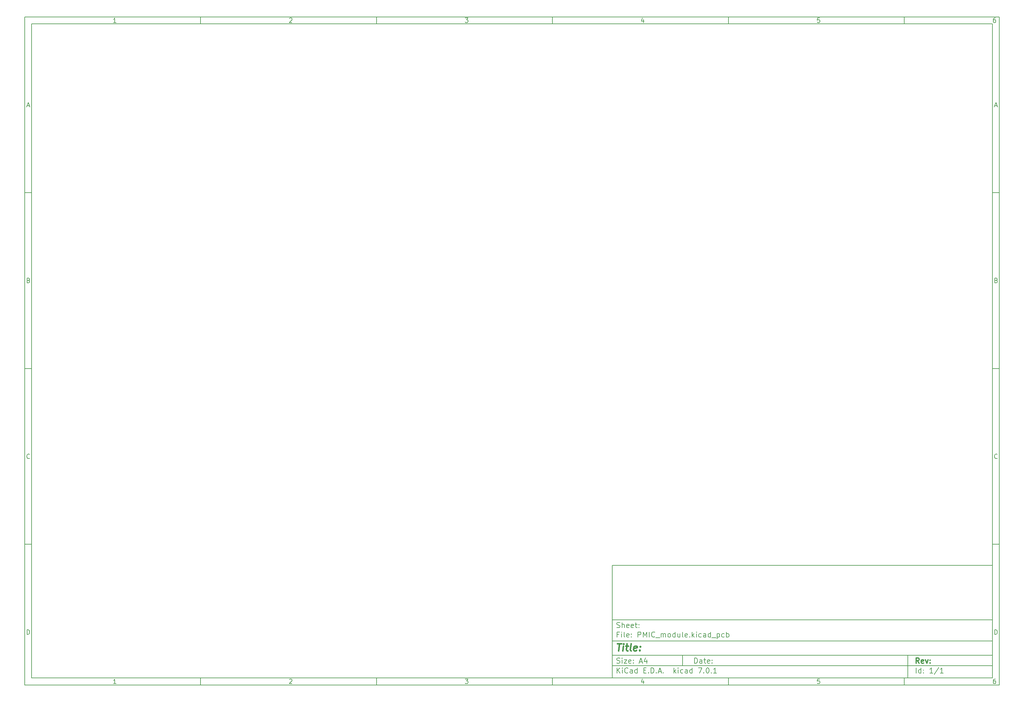
<source format=gbr>
%TF.GenerationSoftware,KiCad,Pcbnew,7.0.1*%
%TF.CreationDate,2023-09-22T10:39:05-04:00*%
%TF.ProjectId,PMIC_module,504d4943-5f6d-46f6-9475-6c652e6b6963,rev?*%
%TF.SameCoordinates,Original*%
%TF.FileFunction,Legend,Bot*%
%TF.FilePolarity,Positive*%
%FSLAX46Y46*%
G04 Gerber Fmt 4.6, Leading zero omitted, Abs format (unit mm)*
G04 Created by KiCad (PCBNEW 7.0.1) date 2023-09-22 10:39:05*
%MOMM*%
%LPD*%
G01*
G04 APERTURE LIST*
%ADD10C,0.100000*%
%ADD11C,0.150000*%
%ADD12C,0.300000*%
%ADD13C,0.400000*%
G04 APERTURE END LIST*
D10*
D11*
X177002200Y-166007200D02*
X285002200Y-166007200D01*
X285002200Y-198007200D01*
X177002200Y-198007200D01*
X177002200Y-166007200D01*
D10*
D11*
X10000000Y-10000000D02*
X287002200Y-10000000D01*
X287002200Y-200007200D01*
X10000000Y-200007200D01*
X10000000Y-10000000D01*
D10*
D11*
X12000000Y-12000000D02*
X285002200Y-12000000D01*
X285002200Y-198007200D01*
X12000000Y-198007200D01*
X12000000Y-12000000D01*
D10*
D11*
X60000000Y-12000000D02*
X60000000Y-10000000D01*
D10*
D11*
X110000000Y-12000000D02*
X110000000Y-10000000D01*
D10*
D11*
X160000000Y-12000000D02*
X160000000Y-10000000D01*
D10*
D11*
X210000000Y-12000000D02*
X210000000Y-10000000D01*
D10*
D11*
X260000000Y-12000000D02*
X260000000Y-10000000D01*
D10*
D11*
X35990476Y-11601404D02*
X35247619Y-11601404D01*
X35619047Y-11601404D02*
X35619047Y-10301404D01*
X35619047Y-10301404D02*
X35495238Y-10487119D01*
X35495238Y-10487119D02*
X35371428Y-10610928D01*
X35371428Y-10610928D02*
X35247619Y-10672833D01*
D10*
D11*
X85247619Y-10425214D02*
X85309523Y-10363309D01*
X85309523Y-10363309D02*
X85433333Y-10301404D01*
X85433333Y-10301404D02*
X85742857Y-10301404D01*
X85742857Y-10301404D02*
X85866666Y-10363309D01*
X85866666Y-10363309D02*
X85928571Y-10425214D01*
X85928571Y-10425214D02*
X85990476Y-10549023D01*
X85990476Y-10549023D02*
X85990476Y-10672833D01*
X85990476Y-10672833D02*
X85928571Y-10858547D01*
X85928571Y-10858547D02*
X85185714Y-11601404D01*
X85185714Y-11601404D02*
X85990476Y-11601404D01*
D10*
D11*
X135185714Y-10301404D02*
X135990476Y-10301404D01*
X135990476Y-10301404D02*
X135557142Y-10796642D01*
X135557142Y-10796642D02*
X135742857Y-10796642D01*
X135742857Y-10796642D02*
X135866666Y-10858547D01*
X135866666Y-10858547D02*
X135928571Y-10920452D01*
X135928571Y-10920452D02*
X135990476Y-11044261D01*
X135990476Y-11044261D02*
X135990476Y-11353785D01*
X135990476Y-11353785D02*
X135928571Y-11477595D01*
X135928571Y-11477595D02*
X135866666Y-11539500D01*
X135866666Y-11539500D02*
X135742857Y-11601404D01*
X135742857Y-11601404D02*
X135371428Y-11601404D01*
X135371428Y-11601404D02*
X135247619Y-11539500D01*
X135247619Y-11539500D02*
X135185714Y-11477595D01*
D10*
D11*
X185866666Y-10734738D02*
X185866666Y-11601404D01*
X185557142Y-10239500D02*
X185247619Y-11168071D01*
X185247619Y-11168071D02*
X186052380Y-11168071D01*
D10*
D11*
X235928571Y-10301404D02*
X235309523Y-10301404D01*
X235309523Y-10301404D02*
X235247619Y-10920452D01*
X235247619Y-10920452D02*
X235309523Y-10858547D01*
X235309523Y-10858547D02*
X235433333Y-10796642D01*
X235433333Y-10796642D02*
X235742857Y-10796642D01*
X235742857Y-10796642D02*
X235866666Y-10858547D01*
X235866666Y-10858547D02*
X235928571Y-10920452D01*
X235928571Y-10920452D02*
X235990476Y-11044261D01*
X235990476Y-11044261D02*
X235990476Y-11353785D01*
X235990476Y-11353785D02*
X235928571Y-11477595D01*
X235928571Y-11477595D02*
X235866666Y-11539500D01*
X235866666Y-11539500D02*
X235742857Y-11601404D01*
X235742857Y-11601404D02*
X235433333Y-11601404D01*
X235433333Y-11601404D02*
X235309523Y-11539500D01*
X235309523Y-11539500D02*
X235247619Y-11477595D01*
D10*
D11*
X285866666Y-10301404D02*
X285619047Y-10301404D01*
X285619047Y-10301404D02*
X285495238Y-10363309D01*
X285495238Y-10363309D02*
X285433333Y-10425214D01*
X285433333Y-10425214D02*
X285309523Y-10610928D01*
X285309523Y-10610928D02*
X285247619Y-10858547D01*
X285247619Y-10858547D02*
X285247619Y-11353785D01*
X285247619Y-11353785D02*
X285309523Y-11477595D01*
X285309523Y-11477595D02*
X285371428Y-11539500D01*
X285371428Y-11539500D02*
X285495238Y-11601404D01*
X285495238Y-11601404D02*
X285742857Y-11601404D01*
X285742857Y-11601404D02*
X285866666Y-11539500D01*
X285866666Y-11539500D02*
X285928571Y-11477595D01*
X285928571Y-11477595D02*
X285990476Y-11353785D01*
X285990476Y-11353785D02*
X285990476Y-11044261D01*
X285990476Y-11044261D02*
X285928571Y-10920452D01*
X285928571Y-10920452D02*
X285866666Y-10858547D01*
X285866666Y-10858547D02*
X285742857Y-10796642D01*
X285742857Y-10796642D02*
X285495238Y-10796642D01*
X285495238Y-10796642D02*
X285371428Y-10858547D01*
X285371428Y-10858547D02*
X285309523Y-10920452D01*
X285309523Y-10920452D02*
X285247619Y-11044261D01*
D10*
D11*
X60000000Y-198007200D02*
X60000000Y-200007200D01*
D10*
D11*
X110000000Y-198007200D02*
X110000000Y-200007200D01*
D10*
D11*
X160000000Y-198007200D02*
X160000000Y-200007200D01*
D10*
D11*
X210000000Y-198007200D02*
X210000000Y-200007200D01*
D10*
D11*
X260000000Y-198007200D02*
X260000000Y-200007200D01*
D10*
D11*
X35990476Y-199608604D02*
X35247619Y-199608604D01*
X35619047Y-199608604D02*
X35619047Y-198308604D01*
X35619047Y-198308604D02*
X35495238Y-198494319D01*
X35495238Y-198494319D02*
X35371428Y-198618128D01*
X35371428Y-198618128D02*
X35247619Y-198680033D01*
D10*
D11*
X85247619Y-198432414D02*
X85309523Y-198370509D01*
X85309523Y-198370509D02*
X85433333Y-198308604D01*
X85433333Y-198308604D02*
X85742857Y-198308604D01*
X85742857Y-198308604D02*
X85866666Y-198370509D01*
X85866666Y-198370509D02*
X85928571Y-198432414D01*
X85928571Y-198432414D02*
X85990476Y-198556223D01*
X85990476Y-198556223D02*
X85990476Y-198680033D01*
X85990476Y-198680033D02*
X85928571Y-198865747D01*
X85928571Y-198865747D02*
X85185714Y-199608604D01*
X85185714Y-199608604D02*
X85990476Y-199608604D01*
D10*
D11*
X135185714Y-198308604D02*
X135990476Y-198308604D01*
X135990476Y-198308604D02*
X135557142Y-198803842D01*
X135557142Y-198803842D02*
X135742857Y-198803842D01*
X135742857Y-198803842D02*
X135866666Y-198865747D01*
X135866666Y-198865747D02*
X135928571Y-198927652D01*
X135928571Y-198927652D02*
X135990476Y-199051461D01*
X135990476Y-199051461D02*
X135990476Y-199360985D01*
X135990476Y-199360985D02*
X135928571Y-199484795D01*
X135928571Y-199484795D02*
X135866666Y-199546700D01*
X135866666Y-199546700D02*
X135742857Y-199608604D01*
X135742857Y-199608604D02*
X135371428Y-199608604D01*
X135371428Y-199608604D02*
X135247619Y-199546700D01*
X135247619Y-199546700D02*
X135185714Y-199484795D01*
D10*
D11*
X185866666Y-198741938D02*
X185866666Y-199608604D01*
X185557142Y-198246700D02*
X185247619Y-199175271D01*
X185247619Y-199175271D02*
X186052380Y-199175271D01*
D10*
D11*
X235928571Y-198308604D02*
X235309523Y-198308604D01*
X235309523Y-198308604D02*
X235247619Y-198927652D01*
X235247619Y-198927652D02*
X235309523Y-198865747D01*
X235309523Y-198865747D02*
X235433333Y-198803842D01*
X235433333Y-198803842D02*
X235742857Y-198803842D01*
X235742857Y-198803842D02*
X235866666Y-198865747D01*
X235866666Y-198865747D02*
X235928571Y-198927652D01*
X235928571Y-198927652D02*
X235990476Y-199051461D01*
X235990476Y-199051461D02*
X235990476Y-199360985D01*
X235990476Y-199360985D02*
X235928571Y-199484795D01*
X235928571Y-199484795D02*
X235866666Y-199546700D01*
X235866666Y-199546700D02*
X235742857Y-199608604D01*
X235742857Y-199608604D02*
X235433333Y-199608604D01*
X235433333Y-199608604D02*
X235309523Y-199546700D01*
X235309523Y-199546700D02*
X235247619Y-199484795D01*
D10*
D11*
X285866666Y-198308604D02*
X285619047Y-198308604D01*
X285619047Y-198308604D02*
X285495238Y-198370509D01*
X285495238Y-198370509D02*
X285433333Y-198432414D01*
X285433333Y-198432414D02*
X285309523Y-198618128D01*
X285309523Y-198618128D02*
X285247619Y-198865747D01*
X285247619Y-198865747D02*
X285247619Y-199360985D01*
X285247619Y-199360985D02*
X285309523Y-199484795D01*
X285309523Y-199484795D02*
X285371428Y-199546700D01*
X285371428Y-199546700D02*
X285495238Y-199608604D01*
X285495238Y-199608604D02*
X285742857Y-199608604D01*
X285742857Y-199608604D02*
X285866666Y-199546700D01*
X285866666Y-199546700D02*
X285928571Y-199484795D01*
X285928571Y-199484795D02*
X285990476Y-199360985D01*
X285990476Y-199360985D02*
X285990476Y-199051461D01*
X285990476Y-199051461D02*
X285928571Y-198927652D01*
X285928571Y-198927652D02*
X285866666Y-198865747D01*
X285866666Y-198865747D02*
X285742857Y-198803842D01*
X285742857Y-198803842D02*
X285495238Y-198803842D01*
X285495238Y-198803842D02*
X285371428Y-198865747D01*
X285371428Y-198865747D02*
X285309523Y-198927652D01*
X285309523Y-198927652D02*
X285247619Y-199051461D01*
D10*
D11*
X10000000Y-60000000D02*
X12000000Y-60000000D01*
D10*
D11*
X10000000Y-110000000D02*
X12000000Y-110000000D01*
D10*
D11*
X10000000Y-160000000D02*
X12000000Y-160000000D01*
D10*
D11*
X10690476Y-35229976D02*
X11309523Y-35229976D01*
X10566666Y-35601404D02*
X10999999Y-34301404D01*
X10999999Y-34301404D02*
X11433333Y-35601404D01*
D10*
D11*
X11092857Y-84920452D02*
X11278571Y-84982357D01*
X11278571Y-84982357D02*
X11340476Y-85044261D01*
X11340476Y-85044261D02*
X11402380Y-85168071D01*
X11402380Y-85168071D02*
X11402380Y-85353785D01*
X11402380Y-85353785D02*
X11340476Y-85477595D01*
X11340476Y-85477595D02*
X11278571Y-85539500D01*
X11278571Y-85539500D02*
X11154761Y-85601404D01*
X11154761Y-85601404D02*
X10659523Y-85601404D01*
X10659523Y-85601404D02*
X10659523Y-84301404D01*
X10659523Y-84301404D02*
X11092857Y-84301404D01*
X11092857Y-84301404D02*
X11216666Y-84363309D01*
X11216666Y-84363309D02*
X11278571Y-84425214D01*
X11278571Y-84425214D02*
X11340476Y-84549023D01*
X11340476Y-84549023D02*
X11340476Y-84672833D01*
X11340476Y-84672833D02*
X11278571Y-84796642D01*
X11278571Y-84796642D02*
X11216666Y-84858547D01*
X11216666Y-84858547D02*
X11092857Y-84920452D01*
X11092857Y-84920452D02*
X10659523Y-84920452D01*
D10*
D11*
X11402380Y-135477595D02*
X11340476Y-135539500D01*
X11340476Y-135539500D02*
X11154761Y-135601404D01*
X11154761Y-135601404D02*
X11030952Y-135601404D01*
X11030952Y-135601404D02*
X10845238Y-135539500D01*
X10845238Y-135539500D02*
X10721428Y-135415690D01*
X10721428Y-135415690D02*
X10659523Y-135291880D01*
X10659523Y-135291880D02*
X10597619Y-135044261D01*
X10597619Y-135044261D02*
X10597619Y-134858547D01*
X10597619Y-134858547D02*
X10659523Y-134610928D01*
X10659523Y-134610928D02*
X10721428Y-134487119D01*
X10721428Y-134487119D02*
X10845238Y-134363309D01*
X10845238Y-134363309D02*
X11030952Y-134301404D01*
X11030952Y-134301404D02*
X11154761Y-134301404D01*
X11154761Y-134301404D02*
X11340476Y-134363309D01*
X11340476Y-134363309D02*
X11402380Y-134425214D01*
D10*
D11*
X10659523Y-185601404D02*
X10659523Y-184301404D01*
X10659523Y-184301404D02*
X10969047Y-184301404D01*
X10969047Y-184301404D02*
X11154761Y-184363309D01*
X11154761Y-184363309D02*
X11278571Y-184487119D01*
X11278571Y-184487119D02*
X11340476Y-184610928D01*
X11340476Y-184610928D02*
X11402380Y-184858547D01*
X11402380Y-184858547D02*
X11402380Y-185044261D01*
X11402380Y-185044261D02*
X11340476Y-185291880D01*
X11340476Y-185291880D02*
X11278571Y-185415690D01*
X11278571Y-185415690D02*
X11154761Y-185539500D01*
X11154761Y-185539500D02*
X10969047Y-185601404D01*
X10969047Y-185601404D02*
X10659523Y-185601404D01*
D10*
D11*
X287002200Y-60000000D02*
X285002200Y-60000000D01*
D10*
D11*
X287002200Y-110000000D02*
X285002200Y-110000000D01*
D10*
D11*
X287002200Y-160000000D02*
X285002200Y-160000000D01*
D10*
D11*
X285692676Y-35229976D02*
X286311723Y-35229976D01*
X285568866Y-35601404D02*
X286002199Y-34301404D01*
X286002199Y-34301404D02*
X286435533Y-35601404D01*
D10*
D11*
X286095057Y-84920452D02*
X286280771Y-84982357D01*
X286280771Y-84982357D02*
X286342676Y-85044261D01*
X286342676Y-85044261D02*
X286404580Y-85168071D01*
X286404580Y-85168071D02*
X286404580Y-85353785D01*
X286404580Y-85353785D02*
X286342676Y-85477595D01*
X286342676Y-85477595D02*
X286280771Y-85539500D01*
X286280771Y-85539500D02*
X286156961Y-85601404D01*
X286156961Y-85601404D02*
X285661723Y-85601404D01*
X285661723Y-85601404D02*
X285661723Y-84301404D01*
X285661723Y-84301404D02*
X286095057Y-84301404D01*
X286095057Y-84301404D02*
X286218866Y-84363309D01*
X286218866Y-84363309D02*
X286280771Y-84425214D01*
X286280771Y-84425214D02*
X286342676Y-84549023D01*
X286342676Y-84549023D02*
X286342676Y-84672833D01*
X286342676Y-84672833D02*
X286280771Y-84796642D01*
X286280771Y-84796642D02*
X286218866Y-84858547D01*
X286218866Y-84858547D02*
X286095057Y-84920452D01*
X286095057Y-84920452D02*
X285661723Y-84920452D01*
D10*
D11*
X286404580Y-135477595D02*
X286342676Y-135539500D01*
X286342676Y-135539500D02*
X286156961Y-135601404D01*
X286156961Y-135601404D02*
X286033152Y-135601404D01*
X286033152Y-135601404D02*
X285847438Y-135539500D01*
X285847438Y-135539500D02*
X285723628Y-135415690D01*
X285723628Y-135415690D02*
X285661723Y-135291880D01*
X285661723Y-135291880D02*
X285599819Y-135044261D01*
X285599819Y-135044261D02*
X285599819Y-134858547D01*
X285599819Y-134858547D02*
X285661723Y-134610928D01*
X285661723Y-134610928D02*
X285723628Y-134487119D01*
X285723628Y-134487119D02*
X285847438Y-134363309D01*
X285847438Y-134363309D02*
X286033152Y-134301404D01*
X286033152Y-134301404D02*
X286156961Y-134301404D01*
X286156961Y-134301404D02*
X286342676Y-134363309D01*
X286342676Y-134363309D02*
X286404580Y-134425214D01*
D10*
D11*
X285661723Y-185601404D02*
X285661723Y-184301404D01*
X285661723Y-184301404D02*
X285971247Y-184301404D01*
X285971247Y-184301404D02*
X286156961Y-184363309D01*
X286156961Y-184363309D02*
X286280771Y-184487119D01*
X286280771Y-184487119D02*
X286342676Y-184610928D01*
X286342676Y-184610928D02*
X286404580Y-184858547D01*
X286404580Y-184858547D02*
X286404580Y-185044261D01*
X286404580Y-185044261D02*
X286342676Y-185291880D01*
X286342676Y-185291880D02*
X286280771Y-185415690D01*
X286280771Y-185415690D02*
X286156961Y-185539500D01*
X286156961Y-185539500D02*
X285971247Y-185601404D01*
X285971247Y-185601404D02*
X285661723Y-185601404D01*
D10*
D11*
X200359342Y-193801128D02*
X200359342Y-192301128D01*
X200359342Y-192301128D02*
X200716485Y-192301128D01*
X200716485Y-192301128D02*
X200930771Y-192372557D01*
X200930771Y-192372557D02*
X201073628Y-192515414D01*
X201073628Y-192515414D02*
X201145057Y-192658271D01*
X201145057Y-192658271D02*
X201216485Y-192943985D01*
X201216485Y-192943985D02*
X201216485Y-193158271D01*
X201216485Y-193158271D02*
X201145057Y-193443985D01*
X201145057Y-193443985D02*
X201073628Y-193586842D01*
X201073628Y-193586842D02*
X200930771Y-193729700D01*
X200930771Y-193729700D02*
X200716485Y-193801128D01*
X200716485Y-193801128D02*
X200359342Y-193801128D01*
X202502200Y-193801128D02*
X202502200Y-193015414D01*
X202502200Y-193015414D02*
X202430771Y-192872557D01*
X202430771Y-192872557D02*
X202287914Y-192801128D01*
X202287914Y-192801128D02*
X202002200Y-192801128D01*
X202002200Y-192801128D02*
X201859342Y-192872557D01*
X202502200Y-193729700D02*
X202359342Y-193801128D01*
X202359342Y-193801128D02*
X202002200Y-193801128D01*
X202002200Y-193801128D02*
X201859342Y-193729700D01*
X201859342Y-193729700D02*
X201787914Y-193586842D01*
X201787914Y-193586842D02*
X201787914Y-193443985D01*
X201787914Y-193443985D02*
X201859342Y-193301128D01*
X201859342Y-193301128D02*
X202002200Y-193229700D01*
X202002200Y-193229700D02*
X202359342Y-193229700D01*
X202359342Y-193229700D02*
X202502200Y-193158271D01*
X203002200Y-192801128D02*
X203573628Y-192801128D01*
X203216485Y-192301128D02*
X203216485Y-193586842D01*
X203216485Y-193586842D02*
X203287914Y-193729700D01*
X203287914Y-193729700D02*
X203430771Y-193801128D01*
X203430771Y-193801128D02*
X203573628Y-193801128D01*
X204645057Y-193729700D02*
X204502200Y-193801128D01*
X204502200Y-193801128D02*
X204216486Y-193801128D01*
X204216486Y-193801128D02*
X204073628Y-193729700D01*
X204073628Y-193729700D02*
X204002200Y-193586842D01*
X204002200Y-193586842D02*
X204002200Y-193015414D01*
X204002200Y-193015414D02*
X204073628Y-192872557D01*
X204073628Y-192872557D02*
X204216486Y-192801128D01*
X204216486Y-192801128D02*
X204502200Y-192801128D01*
X204502200Y-192801128D02*
X204645057Y-192872557D01*
X204645057Y-192872557D02*
X204716486Y-193015414D01*
X204716486Y-193015414D02*
X204716486Y-193158271D01*
X204716486Y-193158271D02*
X204002200Y-193301128D01*
X205359342Y-193658271D02*
X205430771Y-193729700D01*
X205430771Y-193729700D02*
X205359342Y-193801128D01*
X205359342Y-193801128D02*
X205287914Y-193729700D01*
X205287914Y-193729700D02*
X205359342Y-193658271D01*
X205359342Y-193658271D02*
X205359342Y-193801128D01*
X205359342Y-192872557D02*
X205430771Y-192943985D01*
X205430771Y-192943985D02*
X205359342Y-193015414D01*
X205359342Y-193015414D02*
X205287914Y-192943985D01*
X205287914Y-192943985D02*
X205359342Y-192872557D01*
X205359342Y-192872557D02*
X205359342Y-193015414D01*
D10*
D11*
X177002200Y-194507200D02*
X285002200Y-194507200D01*
D10*
D11*
X178359342Y-196601128D02*
X178359342Y-195101128D01*
X179216485Y-196601128D02*
X178573628Y-195743985D01*
X179216485Y-195101128D02*
X178359342Y-195958271D01*
X179859342Y-196601128D02*
X179859342Y-195601128D01*
X179859342Y-195101128D02*
X179787914Y-195172557D01*
X179787914Y-195172557D02*
X179859342Y-195243985D01*
X179859342Y-195243985D02*
X179930771Y-195172557D01*
X179930771Y-195172557D02*
X179859342Y-195101128D01*
X179859342Y-195101128D02*
X179859342Y-195243985D01*
X181430771Y-196458271D02*
X181359343Y-196529700D01*
X181359343Y-196529700D02*
X181145057Y-196601128D01*
X181145057Y-196601128D02*
X181002200Y-196601128D01*
X181002200Y-196601128D02*
X180787914Y-196529700D01*
X180787914Y-196529700D02*
X180645057Y-196386842D01*
X180645057Y-196386842D02*
X180573628Y-196243985D01*
X180573628Y-196243985D02*
X180502200Y-195958271D01*
X180502200Y-195958271D02*
X180502200Y-195743985D01*
X180502200Y-195743985D02*
X180573628Y-195458271D01*
X180573628Y-195458271D02*
X180645057Y-195315414D01*
X180645057Y-195315414D02*
X180787914Y-195172557D01*
X180787914Y-195172557D02*
X181002200Y-195101128D01*
X181002200Y-195101128D02*
X181145057Y-195101128D01*
X181145057Y-195101128D02*
X181359343Y-195172557D01*
X181359343Y-195172557D02*
X181430771Y-195243985D01*
X182716486Y-196601128D02*
X182716486Y-195815414D01*
X182716486Y-195815414D02*
X182645057Y-195672557D01*
X182645057Y-195672557D02*
X182502200Y-195601128D01*
X182502200Y-195601128D02*
X182216486Y-195601128D01*
X182216486Y-195601128D02*
X182073628Y-195672557D01*
X182716486Y-196529700D02*
X182573628Y-196601128D01*
X182573628Y-196601128D02*
X182216486Y-196601128D01*
X182216486Y-196601128D02*
X182073628Y-196529700D01*
X182073628Y-196529700D02*
X182002200Y-196386842D01*
X182002200Y-196386842D02*
X182002200Y-196243985D01*
X182002200Y-196243985D02*
X182073628Y-196101128D01*
X182073628Y-196101128D02*
X182216486Y-196029700D01*
X182216486Y-196029700D02*
X182573628Y-196029700D01*
X182573628Y-196029700D02*
X182716486Y-195958271D01*
X184073629Y-196601128D02*
X184073629Y-195101128D01*
X184073629Y-196529700D02*
X183930771Y-196601128D01*
X183930771Y-196601128D02*
X183645057Y-196601128D01*
X183645057Y-196601128D02*
X183502200Y-196529700D01*
X183502200Y-196529700D02*
X183430771Y-196458271D01*
X183430771Y-196458271D02*
X183359343Y-196315414D01*
X183359343Y-196315414D02*
X183359343Y-195886842D01*
X183359343Y-195886842D02*
X183430771Y-195743985D01*
X183430771Y-195743985D02*
X183502200Y-195672557D01*
X183502200Y-195672557D02*
X183645057Y-195601128D01*
X183645057Y-195601128D02*
X183930771Y-195601128D01*
X183930771Y-195601128D02*
X184073629Y-195672557D01*
X185930771Y-195815414D02*
X186430771Y-195815414D01*
X186645057Y-196601128D02*
X185930771Y-196601128D01*
X185930771Y-196601128D02*
X185930771Y-195101128D01*
X185930771Y-195101128D02*
X186645057Y-195101128D01*
X187287914Y-196458271D02*
X187359343Y-196529700D01*
X187359343Y-196529700D02*
X187287914Y-196601128D01*
X187287914Y-196601128D02*
X187216486Y-196529700D01*
X187216486Y-196529700D02*
X187287914Y-196458271D01*
X187287914Y-196458271D02*
X187287914Y-196601128D01*
X188002200Y-196601128D02*
X188002200Y-195101128D01*
X188002200Y-195101128D02*
X188359343Y-195101128D01*
X188359343Y-195101128D02*
X188573629Y-195172557D01*
X188573629Y-195172557D02*
X188716486Y-195315414D01*
X188716486Y-195315414D02*
X188787915Y-195458271D01*
X188787915Y-195458271D02*
X188859343Y-195743985D01*
X188859343Y-195743985D02*
X188859343Y-195958271D01*
X188859343Y-195958271D02*
X188787915Y-196243985D01*
X188787915Y-196243985D02*
X188716486Y-196386842D01*
X188716486Y-196386842D02*
X188573629Y-196529700D01*
X188573629Y-196529700D02*
X188359343Y-196601128D01*
X188359343Y-196601128D02*
X188002200Y-196601128D01*
X189502200Y-196458271D02*
X189573629Y-196529700D01*
X189573629Y-196529700D02*
X189502200Y-196601128D01*
X189502200Y-196601128D02*
X189430772Y-196529700D01*
X189430772Y-196529700D02*
X189502200Y-196458271D01*
X189502200Y-196458271D02*
X189502200Y-196601128D01*
X190145058Y-196172557D02*
X190859344Y-196172557D01*
X190002201Y-196601128D02*
X190502201Y-195101128D01*
X190502201Y-195101128D02*
X191002201Y-196601128D01*
X191502200Y-196458271D02*
X191573629Y-196529700D01*
X191573629Y-196529700D02*
X191502200Y-196601128D01*
X191502200Y-196601128D02*
X191430772Y-196529700D01*
X191430772Y-196529700D02*
X191502200Y-196458271D01*
X191502200Y-196458271D02*
X191502200Y-196601128D01*
X194502200Y-196601128D02*
X194502200Y-195101128D01*
X194645058Y-196029700D02*
X195073629Y-196601128D01*
X195073629Y-195601128D02*
X194502200Y-196172557D01*
X195716486Y-196601128D02*
X195716486Y-195601128D01*
X195716486Y-195101128D02*
X195645058Y-195172557D01*
X195645058Y-195172557D02*
X195716486Y-195243985D01*
X195716486Y-195243985D02*
X195787915Y-195172557D01*
X195787915Y-195172557D02*
X195716486Y-195101128D01*
X195716486Y-195101128D02*
X195716486Y-195243985D01*
X197073630Y-196529700D02*
X196930772Y-196601128D01*
X196930772Y-196601128D02*
X196645058Y-196601128D01*
X196645058Y-196601128D02*
X196502201Y-196529700D01*
X196502201Y-196529700D02*
X196430772Y-196458271D01*
X196430772Y-196458271D02*
X196359344Y-196315414D01*
X196359344Y-196315414D02*
X196359344Y-195886842D01*
X196359344Y-195886842D02*
X196430772Y-195743985D01*
X196430772Y-195743985D02*
X196502201Y-195672557D01*
X196502201Y-195672557D02*
X196645058Y-195601128D01*
X196645058Y-195601128D02*
X196930772Y-195601128D01*
X196930772Y-195601128D02*
X197073630Y-195672557D01*
X198359344Y-196601128D02*
X198359344Y-195815414D01*
X198359344Y-195815414D02*
X198287915Y-195672557D01*
X198287915Y-195672557D02*
X198145058Y-195601128D01*
X198145058Y-195601128D02*
X197859344Y-195601128D01*
X197859344Y-195601128D02*
X197716486Y-195672557D01*
X198359344Y-196529700D02*
X198216486Y-196601128D01*
X198216486Y-196601128D02*
X197859344Y-196601128D01*
X197859344Y-196601128D02*
X197716486Y-196529700D01*
X197716486Y-196529700D02*
X197645058Y-196386842D01*
X197645058Y-196386842D02*
X197645058Y-196243985D01*
X197645058Y-196243985D02*
X197716486Y-196101128D01*
X197716486Y-196101128D02*
X197859344Y-196029700D01*
X197859344Y-196029700D02*
X198216486Y-196029700D01*
X198216486Y-196029700D02*
X198359344Y-195958271D01*
X199716487Y-196601128D02*
X199716487Y-195101128D01*
X199716487Y-196529700D02*
X199573629Y-196601128D01*
X199573629Y-196601128D02*
X199287915Y-196601128D01*
X199287915Y-196601128D02*
X199145058Y-196529700D01*
X199145058Y-196529700D02*
X199073629Y-196458271D01*
X199073629Y-196458271D02*
X199002201Y-196315414D01*
X199002201Y-196315414D02*
X199002201Y-195886842D01*
X199002201Y-195886842D02*
X199073629Y-195743985D01*
X199073629Y-195743985D02*
X199145058Y-195672557D01*
X199145058Y-195672557D02*
X199287915Y-195601128D01*
X199287915Y-195601128D02*
X199573629Y-195601128D01*
X199573629Y-195601128D02*
X199716487Y-195672557D01*
X201430772Y-195101128D02*
X202430772Y-195101128D01*
X202430772Y-195101128D02*
X201787915Y-196601128D01*
X203002200Y-196458271D02*
X203073629Y-196529700D01*
X203073629Y-196529700D02*
X203002200Y-196601128D01*
X203002200Y-196601128D02*
X202930772Y-196529700D01*
X202930772Y-196529700D02*
X203002200Y-196458271D01*
X203002200Y-196458271D02*
X203002200Y-196601128D01*
X204002201Y-195101128D02*
X204145058Y-195101128D01*
X204145058Y-195101128D02*
X204287915Y-195172557D01*
X204287915Y-195172557D02*
X204359344Y-195243985D01*
X204359344Y-195243985D02*
X204430772Y-195386842D01*
X204430772Y-195386842D02*
X204502201Y-195672557D01*
X204502201Y-195672557D02*
X204502201Y-196029700D01*
X204502201Y-196029700D02*
X204430772Y-196315414D01*
X204430772Y-196315414D02*
X204359344Y-196458271D01*
X204359344Y-196458271D02*
X204287915Y-196529700D01*
X204287915Y-196529700D02*
X204145058Y-196601128D01*
X204145058Y-196601128D02*
X204002201Y-196601128D01*
X204002201Y-196601128D02*
X203859344Y-196529700D01*
X203859344Y-196529700D02*
X203787915Y-196458271D01*
X203787915Y-196458271D02*
X203716486Y-196315414D01*
X203716486Y-196315414D02*
X203645058Y-196029700D01*
X203645058Y-196029700D02*
X203645058Y-195672557D01*
X203645058Y-195672557D02*
X203716486Y-195386842D01*
X203716486Y-195386842D02*
X203787915Y-195243985D01*
X203787915Y-195243985D02*
X203859344Y-195172557D01*
X203859344Y-195172557D02*
X204002201Y-195101128D01*
X205145057Y-196458271D02*
X205216486Y-196529700D01*
X205216486Y-196529700D02*
X205145057Y-196601128D01*
X205145057Y-196601128D02*
X205073629Y-196529700D01*
X205073629Y-196529700D02*
X205145057Y-196458271D01*
X205145057Y-196458271D02*
X205145057Y-196601128D01*
X206645058Y-196601128D02*
X205787915Y-196601128D01*
X206216486Y-196601128D02*
X206216486Y-195101128D01*
X206216486Y-195101128D02*
X206073629Y-195315414D01*
X206073629Y-195315414D02*
X205930772Y-195458271D01*
X205930772Y-195458271D02*
X205787915Y-195529700D01*
D10*
D11*
X177002200Y-191507200D02*
X285002200Y-191507200D01*
D10*
D12*
X264216485Y-193801128D02*
X263716485Y-193086842D01*
X263359342Y-193801128D02*
X263359342Y-192301128D01*
X263359342Y-192301128D02*
X263930771Y-192301128D01*
X263930771Y-192301128D02*
X264073628Y-192372557D01*
X264073628Y-192372557D02*
X264145057Y-192443985D01*
X264145057Y-192443985D02*
X264216485Y-192586842D01*
X264216485Y-192586842D02*
X264216485Y-192801128D01*
X264216485Y-192801128D02*
X264145057Y-192943985D01*
X264145057Y-192943985D02*
X264073628Y-193015414D01*
X264073628Y-193015414D02*
X263930771Y-193086842D01*
X263930771Y-193086842D02*
X263359342Y-193086842D01*
X265430771Y-193729700D02*
X265287914Y-193801128D01*
X265287914Y-193801128D02*
X265002200Y-193801128D01*
X265002200Y-193801128D02*
X264859342Y-193729700D01*
X264859342Y-193729700D02*
X264787914Y-193586842D01*
X264787914Y-193586842D02*
X264787914Y-193015414D01*
X264787914Y-193015414D02*
X264859342Y-192872557D01*
X264859342Y-192872557D02*
X265002200Y-192801128D01*
X265002200Y-192801128D02*
X265287914Y-192801128D01*
X265287914Y-192801128D02*
X265430771Y-192872557D01*
X265430771Y-192872557D02*
X265502200Y-193015414D01*
X265502200Y-193015414D02*
X265502200Y-193158271D01*
X265502200Y-193158271D02*
X264787914Y-193301128D01*
X266002199Y-192801128D02*
X266359342Y-193801128D01*
X266359342Y-193801128D02*
X266716485Y-192801128D01*
X267287913Y-193658271D02*
X267359342Y-193729700D01*
X267359342Y-193729700D02*
X267287913Y-193801128D01*
X267287913Y-193801128D02*
X267216485Y-193729700D01*
X267216485Y-193729700D02*
X267287913Y-193658271D01*
X267287913Y-193658271D02*
X267287913Y-193801128D01*
X267287913Y-192872557D02*
X267359342Y-192943985D01*
X267359342Y-192943985D02*
X267287913Y-193015414D01*
X267287913Y-193015414D02*
X267216485Y-192943985D01*
X267216485Y-192943985D02*
X267287913Y-192872557D01*
X267287913Y-192872557D02*
X267287913Y-193015414D01*
D10*
D11*
X178287914Y-193729700D02*
X178502200Y-193801128D01*
X178502200Y-193801128D02*
X178859342Y-193801128D01*
X178859342Y-193801128D02*
X179002200Y-193729700D01*
X179002200Y-193729700D02*
X179073628Y-193658271D01*
X179073628Y-193658271D02*
X179145057Y-193515414D01*
X179145057Y-193515414D02*
X179145057Y-193372557D01*
X179145057Y-193372557D02*
X179073628Y-193229700D01*
X179073628Y-193229700D02*
X179002200Y-193158271D01*
X179002200Y-193158271D02*
X178859342Y-193086842D01*
X178859342Y-193086842D02*
X178573628Y-193015414D01*
X178573628Y-193015414D02*
X178430771Y-192943985D01*
X178430771Y-192943985D02*
X178359342Y-192872557D01*
X178359342Y-192872557D02*
X178287914Y-192729700D01*
X178287914Y-192729700D02*
X178287914Y-192586842D01*
X178287914Y-192586842D02*
X178359342Y-192443985D01*
X178359342Y-192443985D02*
X178430771Y-192372557D01*
X178430771Y-192372557D02*
X178573628Y-192301128D01*
X178573628Y-192301128D02*
X178930771Y-192301128D01*
X178930771Y-192301128D02*
X179145057Y-192372557D01*
X179787913Y-193801128D02*
X179787913Y-192801128D01*
X179787913Y-192301128D02*
X179716485Y-192372557D01*
X179716485Y-192372557D02*
X179787913Y-192443985D01*
X179787913Y-192443985D02*
X179859342Y-192372557D01*
X179859342Y-192372557D02*
X179787913Y-192301128D01*
X179787913Y-192301128D02*
X179787913Y-192443985D01*
X180359342Y-192801128D02*
X181145057Y-192801128D01*
X181145057Y-192801128D02*
X180359342Y-193801128D01*
X180359342Y-193801128D02*
X181145057Y-193801128D01*
X182287914Y-193729700D02*
X182145057Y-193801128D01*
X182145057Y-193801128D02*
X181859343Y-193801128D01*
X181859343Y-193801128D02*
X181716485Y-193729700D01*
X181716485Y-193729700D02*
X181645057Y-193586842D01*
X181645057Y-193586842D02*
X181645057Y-193015414D01*
X181645057Y-193015414D02*
X181716485Y-192872557D01*
X181716485Y-192872557D02*
X181859343Y-192801128D01*
X181859343Y-192801128D02*
X182145057Y-192801128D01*
X182145057Y-192801128D02*
X182287914Y-192872557D01*
X182287914Y-192872557D02*
X182359343Y-193015414D01*
X182359343Y-193015414D02*
X182359343Y-193158271D01*
X182359343Y-193158271D02*
X181645057Y-193301128D01*
X183002199Y-193658271D02*
X183073628Y-193729700D01*
X183073628Y-193729700D02*
X183002199Y-193801128D01*
X183002199Y-193801128D02*
X182930771Y-193729700D01*
X182930771Y-193729700D02*
X183002199Y-193658271D01*
X183002199Y-193658271D02*
X183002199Y-193801128D01*
X183002199Y-192872557D02*
X183073628Y-192943985D01*
X183073628Y-192943985D02*
X183002199Y-193015414D01*
X183002199Y-193015414D02*
X182930771Y-192943985D01*
X182930771Y-192943985D02*
X183002199Y-192872557D01*
X183002199Y-192872557D02*
X183002199Y-193015414D01*
X184787914Y-193372557D02*
X185502200Y-193372557D01*
X184645057Y-193801128D02*
X185145057Y-192301128D01*
X185145057Y-192301128D02*
X185645057Y-193801128D01*
X186787914Y-192801128D02*
X186787914Y-193801128D01*
X186430771Y-192229700D02*
X186073628Y-193301128D01*
X186073628Y-193301128D02*
X187002199Y-193301128D01*
D10*
D11*
X263359342Y-196601128D02*
X263359342Y-195101128D01*
X264716486Y-196601128D02*
X264716486Y-195101128D01*
X264716486Y-196529700D02*
X264573628Y-196601128D01*
X264573628Y-196601128D02*
X264287914Y-196601128D01*
X264287914Y-196601128D02*
X264145057Y-196529700D01*
X264145057Y-196529700D02*
X264073628Y-196458271D01*
X264073628Y-196458271D02*
X264002200Y-196315414D01*
X264002200Y-196315414D02*
X264002200Y-195886842D01*
X264002200Y-195886842D02*
X264073628Y-195743985D01*
X264073628Y-195743985D02*
X264145057Y-195672557D01*
X264145057Y-195672557D02*
X264287914Y-195601128D01*
X264287914Y-195601128D02*
X264573628Y-195601128D01*
X264573628Y-195601128D02*
X264716486Y-195672557D01*
X265430771Y-196458271D02*
X265502200Y-196529700D01*
X265502200Y-196529700D02*
X265430771Y-196601128D01*
X265430771Y-196601128D02*
X265359343Y-196529700D01*
X265359343Y-196529700D02*
X265430771Y-196458271D01*
X265430771Y-196458271D02*
X265430771Y-196601128D01*
X265430771Y-195672557D02*
X265502200Y-195743985D01*
X265502200Y-195743985D02*
X265430771Y-195815414D01*
X265430771Y-195815414D02*
X265359343Y-195743985D01*
X265359343Y-195743985D02*
X265430771Y-195672557D01*
X265430771Y-195672557D02*
X265430771Y-195815414D01*
X268073629Y-196601128D02*
X267216486Y-196601128D01*
X267645057Y-196601128D02*
X267645057Y-195101128D01*
X267645057Y-195101128D02*
X267502200Y-195315414D01*
X267502200Y-195315414D02*
X267359343Y-195458271D01*
X267359343Y-195458271D02*
X267216486Y-195529700D01*
X269787914Y-195029700D02*
X268502200Y-196958271D01*
X271073629Y-196601128D02*
X270216486Y-196601128D01*
X270645057Y-196601128D02*
X270645057Y-195101128D01*
X270645057Y-195101128D02*
X270502200Y-195315414D01*
X270502200Y-195315414D02*
X270359343Y-195458271D01*
X270359343Y-195458271D02*
X270216486Y-195529700D01*
D10*
D11*
X177002200Y-187507200D02*
X285002200Y-187507200D01*
D10*
D13*
X178430771Y-188232438D02*
X179573628Y-188232438D01*
X178752200Y-190232438D02*
X179002200Y-188232438D01*
X179978390Y-190232438D02*
X180145057Y-188899104D01*
X180228390Y-188232438D02*
X180121247Y-188327676D01*
X180121247Y-188327676D02*
X180204581Y-188422914D01*
X180204581Y-188422914D02*
X180311724Y-188327676D01*
X180311724Y-188327676D02*
X180228390Y-188232438D01*
X180228390Y-188232438D02*
X180204581Y-188422914D01*
X180799819Y-188899104D02*
X181561723Y-188899104D01*
X181168866Y-188232438D02*
X180954581Y-189946723D01*
X180954581Y-189946723D02*
X181026009Y-190137200D01*
X181026009Y-190137200D02*
X181204581Y-190232438D01*
X181204581Y-190232438D02*
X181395057Y-190232438D01*
X182335533Y-190232438D02*
X182156961Y-190137200D01*
X182156961Y-190137200D02*
X182085533Y-189946723D01*
X182085533Y-189946723D02*
X182299818Y-188232438D01*
X183859342Y-190137200D02*
X183656961Y-190232438D01*
X183656961Y-190232438D02*
X183276008Y-190232438D01*
X183276008Y-190232438D02*
X183097437Y-190137200D01*
X183097437Y-190137200D02*
X183026008Y-189946723D01*
X183026008Y-189946723D02*
X183121247Y-189184819D01*
X183121247Y-189184819D02*
X183240294Y-188994342D01*
X183240294Y-188994342D02*
X183442675Y-188899104D01*
X183442675Y-188899104D02*
X183823627Y-188899104D01*
X183823627Y-188899104D02*
X184002199Y-188994342D01*
X184002199Y-188994342D02*
X184073627Y-189184819D01*
X184073627Y-189184819D02*
X184049818Y-189375295D01*
X184049818Y-189375295D02*
X183073627Y-189565771D01*
X184811723Y-190041961D02*
X184895056Y-190137200D01*
X184895056Y-190137200D02*
X184787913Y-190232438D01*
X184787913Y-190232438D02*
X184704580Y-190137200D01*
X184704580Y-190137200D02*
X184811723Y-190041961D01*
X184811723Y-190041961D02*
X184787913Y-190232438D01*
X184942675Y-188994342D02*
X185026008Y-189089580D01*
X185026008Y-189089580D02*
X184918866Y-189184819D01*
X184918866Y-189184819D02*
X184835532Y-189089580D01*
X184835532Y-189089580D02*
X184942675Y-188994342D01*
X184942675Y-188994342D02*
X184918866Y-189184819D01*
D10*
D11*
X178859342Y-185615414D02*
X178359342Y-185615414D01*
X178359342Y-186401128D02*
X178359342Y-184901128D01*
X178359342Y-184901128D02*
X179073628Y-184901128D01*
X179645056Y-186401128D02*
X179645056Y-185401128D01*
X179645056Y-184901128D02*
X179573628Y-184972557D01*
X179573628Y-184972557D02*
X179645056Y-185043985D01*
X179645056Y-185043985D02*
X179716485Y-184972557D01*
X179716485Y-184972557D02*
X179645056Y-184901128D01*
X179645056Y-184901128D02*
X179645056Y-185043985D01*
X180573628Y-186401128D02*
X180430771Y-186329700D01*
X180430771Y-186329700D02*
X180359342Y-186186842D01*
X180359342Y-186186842D02*
X180359342Y-184901128D01*
X181716485Y-186329700D02*
X181573628Y-186401128D01*
X181573628Y-186401128D02*
X181287914Y-186401128D01*
X181287914Y-186401128D02*
X181145056Y-186329700D01*
X181145056Y-186329700D02*
X181073628Y-186186842D01*
X181073628Y-186186842D02*
X181073628Y-185615414D01*
X181073628Y-185615414D02*
X181145056Y-185472557D01*
X181145056Y-185472557D02*
X181287914Y-185401128D01*
X181287914Y-185401128D02*
X181573628Y-185401128D01*
X181573628Y-185401128D02*
X181716485Y-185472557D01*
X181716485Y-185472557D02*
X181787914Y-185615414D01*
X181787914Y-185615414D02*
X181787914Y-185758271D01*
X181787914Y-185758271D02*
X181073628Y-185901128D01*
X182430770Y-186258271D02*
X182502199Y-186329700D01*
X182502199Y-186329700D02*
X182430770Y-186401128D01*
X182430770Y-186401128D02*
X182359342Y-186329700D01*
X182359342Y-186329700D02*
X182430770Y-186258271D01*
X182430770Y-186258271D02*
X182430770Y-186401128D01*
X182430770Y-185472557D02*
X182502199Y-185543985D01*
X182502199Y-185543985D02*
X182430770Y-185615414D01*
X182430770Y-185615414D02*
X182359342Y-185543985D01*
X182359342Y-185543985D02*
X182430770Y-185472557D01*
X182430770Y-185472557D02*
X182430770Y-185615414D01*
X184287913Y-186401128D02*
X184287913Y-184901128D01*
X184287913Y-184901128D02*
X184859342Y-184901128D01*
X184859342Y-184901128D02*
X185002199Y-184972557D01*
X185002199Y-184972557D02*
X185073628Y-185043985D01*
X185073628Y-185043985D02*
X185145056Y-185186842D01*
X185145056Y-185186842D02*
X185145056Y-185401128D01*
X185145056Y-185401128D02*
X185073628Y-185543985D01*
X185073628Y-185543985D02*
X185002199Y-185615414D01*
X185002199Y-185615414D02*
X184859342Y-185686842D01*
X184859342Y-185686842D02*
X184287913Y-185686842D01*
X185787913Y-186401128D02*
X185787913Y-184901128D01*
X185787913Y-184901128D02*
X186287913Y-185972557D01*
X186287913Y-185972557D02*
X186787913Y-184901128D01*
X186787913Y-184901128D02*
X186787913Y-186401128D01*
X187502199Y-186401128D02*
X187502199Y-184901128D01*
X189073628Y-186258271D02*
X189002200Y-186329700D01*
X189002200Y-186329700D02*
X188787914Y-186401128D01*
X188787914Y-186401128D02*
X188645057Y-186401128D01*
X188645057Y-186401128D02*
X188430771Y-186329700D01*
X188430771Y-186329700D02*
X188287914Y-186186842D01*
X188287914Y-186186842D02*
X188216485Y-186043985D01*
X188216485Y-186043985D02*
X188145057Y-185758271D01*
X188145057Y-185758271D02*
X188145057Y-185543985D01*
X188145057Y-185543985D02*
X188216485Y-185258271D01*
X188216485Y-185258271D02*
X188287914Y-185115414D01*
X188287914Y-185115414D02*
X188430771Y-184972557D01*
X188430771Y-184972557D02*
X188645057Y-184901128D01*
X188645057Y-184901128D02*
X188787914Y-184901128D01*
X188787914Y-184901128D02*
X189002200Y-184972557D01*
X189002200Y-184972557D02*
X189073628Y-185043985D01*
X189359343Y-186543985D02*
X190502200Y-186543985D01*
X190859342Y-186401128D02*
X190859342Y-185401128D01*
X190859342Y-185543985D02*
X190930771Y-185472557D01*
X190930771Y-185472557D02*
X191073628Y-185401128D01*
X191073628Y-185401128D02*
X191287914Y-185401128D01*
X191287914Y-185401128D02*
X191430771Y-185472557D01*
X191430771Y-185472557D02*
X191502200Y-185615414D01*
X191502200Y-185615414D02*
X191502200Y-186401128D01*
X191502200Y-185615414D02*
X191573628Y-185472557D01*
X191573628Y-185472557D02*
X191716485Y-185401128D01*
X191716485Y-185401128D02*
X191930771Y-185401128D01*
X191930771Y-185401128D02*
X192073628Y-185472557D01*
X192073628Y-185472557D02*
X192145057Y-185615414D01*
X192145057Y-185615414D02*
X192145057Y-186401128D01*
X193073628Y-186401128D02*
X192930771Y-186329700D01*
X192930771Y-186329700D02*
X192859342Y-186258271D01*
X192859342Y-186258271D02*
X192787914Y-186115414D01*
X192787914Y-186115414D02*
X192787914Y-185686842D01*
X192787914Y-185686842D02*
X192859342Y-185543985D01*
X192859342Y-185543985D02*
X192930771Y-185472557D01*
X192930771Y-185472557D02*
X193073628Y-185401128D01*
X193073628Y-185401128D02*
X193287914Y-185401128D01*
X193287914Y-185401128D02*
X193430771Y-185472557D01*
X193430771Y-185472557D02*
X193502200Y-185543985D01*
X193502200Y-185543985D02*
X193573628Y-185686842D01*
X193573628Y-185686842D02*
X193573628Y-186115414D01*
X193573628Y-186115414D02*
X193502200Y-186258271D01*
X193502200Y-186258271D02*
X193430771Y-186329700D01*
X193430771Y-186329700D02*
X193287914Y-186401128D01*
X193287914Y-186401128D02*
X193073628Y-186401128D01*
X194859343Y-186401128D02*
X194859343Y-184901128D01*
X194859343Y-186329700D02*
X194716485Y-186401128D01*
X194716485Y-186401128D02*
X194430771Y-186401128D01*
X194430771Y-186401128D02*
X194287914Y-186329700D01*
X194287914Y-186329700D02*
X194216485Y-186258271D01*
X194216485Y-186258271D02*
X194145057Y-186115414D01*
X194145057Y-186115414D02*
X194145057Y-185686842D01*
X194145057Y-185686842D02*
X194216485Y-185543985D01*
X194216485Y-185543985D02*
X194287914Y-185472557D01*
X194287914Y-185472557D02*
X194430771Y-185401128D01*
X194430771Y-185401128D02*
X194716485Y-185401128D01*
X194716485Y-185401128D02*
X194859343Y-185472557D01*
X196216486Y-185401128D02*
X196216486Y-186401128D01*
X195573628Y-185401128D02*
X195573628Y-186186842D01*
X195573628Y-186186842D02*
X195645057Y-186329700D01*
X195645057Y-186329700D02*
X195787914Y-186401128D01*
X195787914Y-186401128D02*
X196002200Y-186401128D01*
X196002200Y-186401128D02*
X196145057Y-186329700D01*
X196145057Y-186329700D02*
X196216486Y-186258271D01*
X197145057Y-186401128D02*
X197002200Y-186329700D01*
X197002200Y-186329700D02*
X196930771Y-186186842D01*
X196930771Y-186186842D02*
X196930771Y-184901128D01*
X198287914Y-186329700D02*
X198145057Y-186401128D01*
X198145057Y-186401128D02*
X197859343Y-186401128D01*
X197859343Y-186401128D02*
X197716485Y-186329700D01*
X197716485Y-186329700D02*
X197645057Y-186186842D01*
X197645057Y-186186842D02*
X197645057Y-185615414D01*
X197645057Y-185615414D02*
X197716485Y-185472557D01*
X197716485Y-185472557D02*
X197859343Y-185401128D01*
X197859343Y-185401128D02*
X198145057Y-185401128D01*
X198145057Y-185401128D02*
X198287914Y-185472557D01*
X198287914Y-185472557D02*
X198359343Y-185615414D01*
X198359343Y-185615414D02*
X198359343Y-185758271D01*
X198359343Y-185758271D02*
X197645057Y-185901128D01*
X199002199Y-186258271D02*
X199073628Y-186329700D01*
X199073628Y-186329700D02*
X199002199Y-186401128D01*
X199002199Y-186401128D02*
X198930771Y-186329700D01*
X198930771Y-186329700D02*
X199002199Y-186258271D01*
X199002199Y-186258271D02*
X199002199Y-186401128D01*
X199716485Y-186401128D02*
X199716485Y-184901128D01*
X199859343Y-185829700D02*
X200287914Y-186401128D01*
X200287914Y-185401128D02*
X199716485Y-185972557D01*
X200930771Y-186401128D02*
X200930771Y-185401128D01*
X200930771Y-184901128D02*
X200859343Y-184972557D01*
X200859343Y-184972557D02*
X200930771Y-185043985D01*
X200930771Y-185043985D02*
X201002200Y-184972557D01*
X201002200Y-184972557D02*
X200930771Y-184901128D01*
X200930771Y-184901128D02*
X200930771Y-185043985D01*
X202287915Y-186329700D02*
X202145057Y-186401128D01*
X202145057Y-186401128D02*
X201859343Y-186401128D01*
X201859343Y-186401128D02*
X201716486Y-186329700D01*
X201716486Y-186329700D02*
X201645057Y-186258271D01*
X201645057Y-186258271D02*
X201573629Y-186115414D01*
X201573629Y-186115414D02*
X201573629Y-185686842D01*
X201573629Y-185686842D02*
X201645057Y-185543985D01*
X201645057Y-185543985D02*
X201716486Y-185472557D01*
X201716486Y-185472557D02*
X201859343Y-185401128D01*
X201859343Y-185401128D02*
X202145057Y-185401128D01*
X202145057Y-185401128D02*
X202287915Y-185472557D01*
X203573629Y-186401128D02*
X203573629Y-185615414D01*
X203573629Y-185615414D02*
X203502200Y-185472557D01*
X203502200Y-185472557D02*
X203359343Y-185401128D01*
X203359343Y-185401128D02*
X203073629Y-185401128D01*
X203073629Y-185401128D02*
X202930771Y-185472557D01*
X203573629Y-186329700D02*
X203430771Y-186401128D01*
X203430771Y-186401128D02*
X203073629Y-186401128D01*
X203073629Y-186401128D02*
X202930771Y-186329700D01*
X202930771Y-186329700D02*
X202859343Y-186186842D01*
X202859343Y-186186842D02*
X202859343Y-186043985D01*
X202859343Y-186043985D02*
X202930771Y-185901128D01*
X202930771Y-185901128D02*
X203073629Y-185829700D01*
X203073629Y-185829700D02*
X203430771Y-185829700D01*
X203430771Y-185829700D02*
X203573629Y-185758271D01*
X204930772Y-186401128D02*
X204930772Y-184901128D01*
X204930772Y-186329700D02*
X204787914Y-186401128D01*
X204787914Y-186401128D02*
X204502200Y-186401128D01*
X204502200Y-186401128D02*
X204359343Y-186329700D01*
X204359343Y-186329700D02*
X204287914Y-186258271D01*
X204287914Y-186258271D02*
X204216486Y-186115414D01*
X204216486Y-186115414D02*
X204216486Y-185686842D01*
X204216486Y-185686842D02*
X204287914Y-185543985D01*
X204287914Y-185543985D02*
X204359343Y-185472557D01*
X204359343Y-185472557D02*
X204502200Y-185401128D01*
X204502200Y-185401128D02*
X204787914Y-185401128D01*
X204787914Y-185401128D02*
X204930772Y-185472557D01*
X205287915Y-186543985D02*
X206430772Y-186543985D01*
X206787914Y-185401128D02*
X206787914Y-186901128D01*
X206787914Y-185472557D02*
X206930772Y-185401128D01*
X206930772Y-185401128D02*
X207216486Y-185401128D01*
X207216486Y-185401128D02*
X207359343Y-185472557D01*
X207359343Y-185472557D02*
X207430772Y-185543985D01*
X207430772Y-185543985D02*
X207502200Y-185686842D01*
X207502200Y-185686842D02*
X207502200Y-186115414D01*
X207502200Y-186115414D02*
X207430772Y-186258271D01*
X207430772Y-186258271D02*
X207359343Y-186329700D01*
X207359343Y-186329700D02*
X207216486Y-186401128D01*
X207216486Y-186401128D02*
X206930772Y-186401128D01*
X206930772Y-186401128D02*
X206787914Y-186329700D01*
X208787915Y-186329700D02*
X208645057Y-186401128D01*
X208645057Y-186401128D02*
X208359343Y-186401128D01*
X208359343Y-186401128D02*
X208216486Y-186329700D01*
X208216486Y-186329700D02*
X208145057Y-186258271D01*
X208145057Y-186258271D02*
X208073629Y-186115414D01*
X208073629Y-186115414D02*
X208073629Y-185686842D01*
X208073629Y-185686842D02*
X208145057Y-185543985D01*
X208145057Y-185543985D02*
X208216486Y-185472557D01*
X208216486Y-185472557D02*
X208359343Y-185401128D01*
X208359343Y-185401128D02*
X208645057Y-185401128D01*
X208645057Y-185401128D02*
X208787915Y-185472557D01*
X209430771Y-186401128D02*
X209430771Y-184901128D01*
X209430771Y-185472557D02*
X209573629Y-185401128D01*
X209573629Y-185401128D02*
X209859343Y-185401128D01*
X209859343Y-185401128D02*
X210002200Y-185472557D01*
X210002200Y-185472557D02*
X210073629Y-185543985D01*
X210073629Y-185543985D02*
X210145057Y-185686842D01*
X210145057Y-185686842D02*
X210145057Y-186115414D01*
X210145057Y-186115414D02*
X210073629Y-186258271D01*
X210073629Y-186258271D02*
X210002200Y-186329700D01*
X210002200Y-186329700D02*
X209859343Y-186401128D01*
X209859343Y-186401128D02*
X209573629Y-186401128D01*
X209573629Y-186401128D02*
X209430771Y-186329700D01*
D10*
D11*
X177002200Y-181507200D02*
X285002200Y-181507200D01*
D10*
D11*
X178287914Y-183629700D02*
X178502200Y-183701128D01*
X178502200Y-183701128D02*
X178859342Y-183701128D01*
X178859342Y-183701128D02*
X179002200Y-183629700D01*
X179002200Y-183629700D02*
X179073628Y-183558271D01*
X179073628Y-183558271D02*
X179145057Y-183415414D01*
X179145057Y-183415414D02*
X179145057Y-183272557D01*
X179145057Y-183272557D02*
X179073628Y-183129700D01*
X179073628Y-183129700D02*
X179002200Y-183058271D01*
X179002200Y-183058271D02*
X178859342Y-182986842D01*
X178859342Y-182986842D02*
X178573628Y-182915414D01*
X178573628Y-182915414D02*
X178430771Y-182843985D01*
X178430771Y-182843985D02*
X178359342Y-182772557D01*
X178359342Y-182772557D02*
X178287914Y-182629700D01*
X178287914Y-182629700D02*
X178287914Y-182486842D01*
X178287914Y-182486842D02*
X178359342Y-182343985D01*
X178359342Y-182343985D02*
X178430771Y-182272557D01*
X178430771Y-182272557D02*
X178573628Y-182201128D01*
X178573628Y-182201128D02*
X178930771Y-182201128D01*
X178930771Y-182201128D02*
X179145057Y-182272557D01*
X179787913Y-183701128D02*
X179787913Y-182201128D01*
X180430771Y-183701128D02*
X180430771Y-182915414D01*
X180430771Y-182915414D02*
X180359342Y-182772557D01*
X180359342Y-182772557D02*
X180216485Y-182701128D01*
X180216485Y-182701128D02*
X180002199Y-182701128D01*
X180002199Y-182701128D02*
X179859342Y-182772557D01*
X179859342Y-182772557D02*
X179787913Y-182843985D01*
X181716485Y-183629700D02*
X181573628Y-183701128D01*
X181573628Y-183701128D02*
X181287914Y-183701128D01*
X181287914Y-183701128D02*
X181145056Y-183629700D01*
X181145056Y-183629700D02*
X181073628Y-183486842D01*
X181073628Y-183486842D02*
X181073628Y-182915414D01*
X181073628Y-182915414D02*
X181145056Y-182772557D01*
X181145056Y-182772557D02*
X181287914Y-182701128D01*
X181287914Y-182701128D02*
X181573628Y-182701128D01*
X181573628Y-182701128D02*
X181716485Y-182772557D01*
X181716485Y-182772557D02*
X181787914Y-182915414D01*
X181787914Y-182915414D02*
X181787914Y-183058271D01*
X181787914Y-183058271D02*
X181073628Y-183201128D01*
X183002199Y-183629700D02*
X182859342Y-183701128D01*
X182859342Y-183701128D02*
X182573628Y-183701128D01*
X182573628Y-183701128D02*
X182430770Y-183629700D01*
X182430770Y-183629700D02*
X182359342Y-183486842D01*
X182359342Y-183486842D02*
X182359342Y-182915414D01*
X182359342Y-182915414D02*
X182430770Y-182772557D01*
X182430770Y-182772557D02*
X182573628Y-182701128D01*
X182573628Y-182701128D02*
X182859342Y-182701128D01*
X182859342Y-182701128D02*
X183002199Y-182772557D01*
X183002199Y-182772557D02*
X183073628Y-182915414D01*
X183073628Y-182915414D02*
X183073628Y-183058271D01*
X183073628Y-183058271D02*
X182359342Y-183201128D01*
X183502199Y-182701128D02*
X184073627Y-182701128D01*
X183716484Y-182201128D02*
X183716484Y-183486842D01*
X183716484Y-183486842D02*
X183787913Y-183629700D01*
X183787913Y-183629700D02*
X183930770Y-183701128D01*
X183930770Y-183701128D02*
X184073627Y-183701128D01*
X184573627Y-183558271D02*
X184645056Y-183629700D01*
X184645056Y-183629700D02*
X184573627Y-183701128D01*
X184573627Y-183701128D02*
X184502199Y-183629700D01*
X184502199Y-183629700D02*
X184573627Y-183558271D01*
X184573627Y-183558271D02*
X184573627Y-183701128D01*
X184573627Y-182772557D02*
X184645056Y-182843985D01*
X184645056Y-182843985D02*
X184573627Y-182915414D01*
X184573627Y-182915414D02*
X184502199Y-182843985D01*
X184502199Y-182843985D02*
X184573627Y-182772557D01*
X184573627Y-182772557D02*
X184573627Y-182915414D01*
D10*
D12*
D10*
D11*
D10*
D11*
D10*
D11*
D10*
D11*
D10*
D11*
X197002200Y-191507200D02*
X197002200Y-194507200D01*
D10*
D11*
X261002200Y-191507200D02*
X261002200Y-198007200D01*
M02*

</source>
